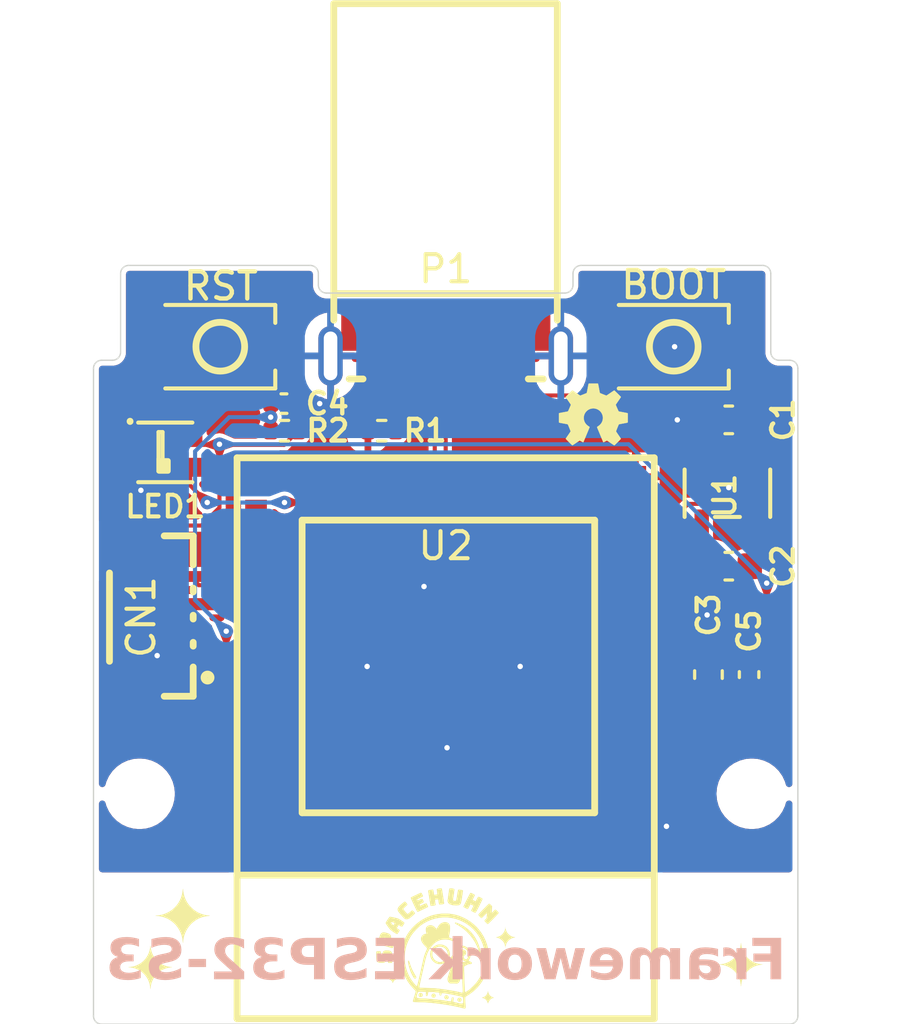
<source format=kicad_pcb>
(kicad_pcb (version 20221018) (generator pcbnew)
  (title_block (title "Expansion Card Template") (rev "X1") (company "Framework") (comment 1 "This work is licensed under a Creative Commons Attribution 4.0 International License") (comment 4 "https://frame.work"))
  (layers (0 "F.Cu" signal) (31 "B.Cu" signal) (34 "B.Paste" user) (35 "F.Paste" user) (36 "B.SilkS" user "B.Silkscreen") (37 "F.SilkS" user "F.Silkscreen") (38 "B.Mask" user) (39 "F.Mask" user) (44 "Edge.Cuts" user))
  (net 0 "")
  (net 1 "GND")
  (net 2 "+3V3")
  (net 3 "+5V")
  (net 4 "/RESET")
  (net 5 "/D2")
  (net 6 "/D3")
  (net 7 "/CMD")
  (net 8 "/CLK")
  (net 9 "/D0")
  (net 10 "/D1")
  (net 11 "/SCL")
  (net 12 "/SDA")
  (net 13 "/NPXL")
  (net 14 "Net-(P1-CC)")
  (net 16 "/BOOT")
  (net 17 "/TXD0")
  (net 18 "/RXD0")
  (net 36 "/D-")
  (net 37 "/D+")
  (footprint "_mykicadlib:SOT-25-5_AP2112K" (layer "F.Cu") (at 155.95 100.2025 180)
    (fp_text reference "U1" (at 0.1 0 90) (layer "F.SilkS") (effects (font (size 0.8 0.8))))
    (fp_text value "AP2112K-3.3TRG1")
    (pad "1" smd rect (at -0.95 1.25 90) (size 1.09 0.53) (layers "F.Cu" "F.Paste" "F.Mask") (net 3 "+5V"))
    (pad "2" smd rect (at 0 1.25 90) (size 1.09 0.53) (layers "F.Cu" "F.Paste" "F.Mask") (net 1 "GND"))
    (pad "3" smd rect (at 0.95 1.25 90) (size 1.09 0.53) (layers "F.Cu" "F.Paste" "F.Mask") (net 3 "+5V"))
    (pad "4" smd rect (at 0.95 -1.05 90) (size 1.09 0.53) (layers "F.Cu" "F.Paste" "F.Mask"))
    (pad "5" smd rect (at -0.95 -1.05 90) (size 1.09 0.53) (layers "F.Cu" "F.Paste" "F.Mask") (net 2 "+3V3"))
  )
  (footprint "Capacitor_SMD:C_0603_1608Metric" (layer "F.Cu") (at 156 97.4 180)
    (fp_text reference "C1" (at -2 0 90) (layer "F.SilkS") (effects (font (size 0.8 0.8) (thickness 0.16) bold)))
    (fp_text value "1uF")
    (pad "1" smd roundrect (at -0.775 0 180) (size 0.9 0.95) (layers "F.Cu" "F.Paste" "F.Mask") (net 3 "+5V"))
    (pad "2" smd roundrect (at 0.775 0 180) (size 0.9 0.95) (layers "F.Cu" "F.Paste" "F.Mask") (net 1 "GND"))
  )
  (footprint "Resistor_SMD:R_0402_1005Metric" (layer "F.Cu") (at 143.19 97.8 180)
    (fp_text reference "R1" (at -1.6 0) (layer "F.SilkS") (effects (font (size 0.8 0.8) (thickness 0.16) bold)))
    (fp_text value "5.1k")
    (pad "1" smd roundrect (at -0.51 0 180) (size 0.54 0.64) (layers "F.Cu" "F.Paste" "F.Mask") (net 14 "Net-(P1-CC)"))
    (pad "2" smd roundrect (at 0.51 0 180) (size 0.54 0.64) (layers "F.Cu" "F.Paste" "F.Mask") (net 1 "GND"))
  )
  (footprint "_mykicadlib:USB-C-SMD_TYPEC-951-ARP24" (layer "F.Cu") (at 145.55 94.37 180)
    (fp_text reference "P1" (at 0 2.54) (layer "F.SilkS"))
    (fp_text value "USB_C_Plug_USB2.0")
    (pad "25" smd rect (at -3.56 0.42 180) (size 0.61 1.8) (layers "F.Cu" "F.Paste" "F.Mask") (net 1 "GND"))
    (pad "25" smd rect (at 3.55 0.42 180) (size 0.61 1.8) (layers "F.Cu" "F.Paste" "F.Mask") (net 1 "GND"))
    (pad "26" thru_hole oval (at -4.25 -0.67 180) (size 0.9 2.2) (drill oval 0.500024 1.799996) (layers "*.Cu" "*.Paste" "*.Mask") (net 1 "GND"))
    (pad "26" thru_hole oval (at 4.25 -0.67 180) (size 0.9 2.2) (drill oval 0.500024 1.799996) (layers "*.Cu" "*.Paste" "*.Mask") (net 1 "GND"))
    (pad "A1" smd rect (at 2.75 -0.77 180) (size 0.36 1.1) (layers "F.Cu" "F.Paste" "F.Mask") (net 1 "GND"))
    (pad "A2" smd rect (at 2.25 -0.77 180) (size 0.36 1.1) (layers "F.Cu" "F.Paste" "F.Mask"))
    (pad "A3" smd rect (at 1.75 -0.77 180) (size 0.36 1.1) (layers "F.Cu" "F.Paste" "F.Mask"))
    (pad "A4" smd rect (at 1.25 -0.77 180) (size 0.36 1.1) (layers "F.Cu" "F.Paste" "F.Mask") (net 3 "+5V"))
    (pad "A5" smd rect (at 0.75 -0.77 180) (size 0.36 1.1) (layers "F.Cu" "F.Paste" "F.Mask") (net 14 "Net-(P1-CC)"))
    (pad "A6" smd rect (at 0.25 -0.77 180) (size 0.36 1.1) (layers "F.Cu" "F.Paste" "F.Mask") (net 37 "/D+"))
    (pad "A7" smd rect (at -0.25 -0.77 180) (size 0.36 1.1) (layers "F.Cu" "F.Paste" "F.Mask") (net 36 "/D-"))
    (pad "A8" smd rect (at -0.75 -0.77 180) (size 0.36 1.1) (layers "F.Cu" "F.Paste" "F.Mask"))
    (pad "A9" smd rect (at -1.25 -0.77 180) (size 0.36 1.1) (layers "F.Cu" "F.Paste" "F.Mask") (net 3 "+5V"))
    (pad "A10" smd rect (at -1.75 -0.77 180) (size 0.36 1.1) (layers "F.Cu" "F.Paste" "F.Mask"))
    (pad "A11" smd rect (at -2.25 -0.77 180) (size 0.36 1.1) (layers "F.Cu" "F.Paste" "F.Mask"))
    (pad "A12" smd rect (at -2.75 -0.77 180) (size 0.36 1.1) (layers "F.Cu" "F.Paste" "F.Mask") (net 1 "GND"))
    (pad "B1" smd rect (at -2.75 0.77 180) (size 0.36 1.1) (layers "F.Cu" "F.Paste" "F.Mask") (net 1 "GND"))
    (pad "B2" smd rect (at -2.25 0.77 180) (size 0.36 1.1) (layers "F.Cu" "F.Paste" "F.Mask"))
    (pad "B3" smd rect (at -1.75 0.77 180) (size 0.36 1.1) (layers "F.Cu" "F.Paste" "F.Mask"))
    (pad "B4" smd rect (at -1.25 0.77 180) (size 0.36 1.1) (layers "F.Cu" "F.Paste" "F.Mask") (net 3 "+5V"))
    (pad "B5" smd rect (at -0.75 0.77 180) (size 0.36 1.1) (layers "F.Cu" "F.Paste" "F.Mask"))
    (pad "B6" smd rect (at -0.25 0.77 180) (size 0.36 1.1) (layers "F.Cu" "F.Paste" "F.Mask"))
    (pad "B7" smd rect (at 0.25 0.77 180) (size 0.36 1.1) (layers "F.Cu" "F.Paste" "F.Mask"))
    (pad "B8" smd rect (at 0.75 0.77 180) (size 0.36 1.1) (layers "F.Cu" "F.Paste" "F.Mask"))
    (pad "B9" smd rect (at 1.25 0.77 180) (size 0.36 1.1) (layers "F.Cu" "F.Paste" "F.Mask") (net 3 "+5V"))
    (pad "B10" smd rect (at 1.75 0.77 180) (size 0.36 1.1) (layers "F.Cu" "F.Paste" "F.Mask"))
    (pad "B11" smd rect (at 2.25 0.77 180) (size 0.36 1.1) (layers "F.Cu" "F.Paste" "F.Mask"))
    (pad "B12" smd rect (at 2.75 0.77 180) (size 0.36 1.1) (layers "F.Cu" "F.Paste" "F.Mask") (net 1 "GND"))
  )
  (footprint "Capacitor_SMD:C_0603_1608Metric" (layer "F.Cu") (at 156 102.8 180)
    (fp_text reference "C2" (at -2 0 90) (layer "F.SilkS") (effects (font (size 0.8 0.8) (thickness 0.16) bold)))
    (fp_text value "1uF")
    (pad "1" smd roundrect (at -0.775 0 180) (size 0.9 0.95) (layers "F.Cu" "F.Paste" "F.Mask") (net 2 "+3V3"))
    (pad "2" smd roundrect (at 0.775 0 180) (size 0.9 0.95) (layers "F.Cu" "F.Paste" "F.Mask") (net 1 "GND"))
  )
  (footprint "MountingHole:MountingHole_2.2mm_M2" (layer "F.Cu") (at 134.25 111.2)
    (fp_text reference "H1" hide)
    (fp_text value "MountingHole")
    (pad "" np_thru_hole circle (at 0 0) (size 2.2 2.2) (drill 2.2) (layers "*.Cu" "*.Mask"))
  )
  (footprint "MountingHole:MountingHole_2.2mm_M2" (layer "F.Cu") (at 156.85 111.2)
    (fp_text reference "H2" hide)
    (fp_text value "MountingHole")
    (pad "" np_thru_hole circle (at 0 0) (size 2.2 2.2) (drill 2.2) (layers "*.Cu" "*.Mask"))
  )
  (footprint "_mykicadlib:SW-SMD_L3.9-W3.0-P4.45" (layer "F.Cu") (at 137.23 94.7 180)
    (fp_text reference "SW1" hide)
    (fp_text value "TS-1088-AR02016")
    (pad "1" smd rect (at -2.18 0 180) (size 1.23 1.36) (layers "F.Cu" "F.Paste" "F.Mask") (net 1 "GND"))
    (pad "2" smd rect (at 2.18 0 180) (size 1.23 1.36) (layers "F.Cu" "F.Paste" "F.Mask") (net 4 "/RESET"))
  )
  (footprint "artwork:star_small" (layer "F.Cu") (at 135.85 115.7)
    (fp_text reference "G2" hide)
    (fp_text value "LOGO" hide)
  )
  (footprint "Capacitor_SMD:C_0402_1005Metric" (layer "F.Cu") (at 156.75 106.8 90)
    (fp_text reference "C5" (at 1.6 0 90) (layer "F.SilkS") (effects (font (size 0.8 0.8) (thickness 0.16) bold)))
    (fp_text value "100nF")
    (pad "1" smd roundrect (at -0.48 0 90) (size 0.56 0.62) (layers "F.Cu" "F.Paste" "F.Mask") (net 2 "+3V3"))
    (pad "2" smd roundrect (at 0.48 0 90) (size 0.56 0.62) (layers "F.Cu" "F.Paste" "F.Mask") (net 1 "GND"))
  )
  (footprint "_mykicadlib:LED-SMD_4P-L2.0-W2.0-TL_WS2812B-2020" (layer "F.Cu") (at 135.2 98.6)
    (fp_text reference "LED1" (at 0 2) (layer "F.SilkS") (effects (font (size 0.8 0.8))))
    (fp_text value "WS2812B-2020")
    (pad "1" smd rect (at -0.92 -0.55) (size 0.9 0.7) (layers "F.Cu" "F.Paste" "F.Mask"))
    (pad "2" smd rect (at -0.92 0.55) (size 0.9 0.7) (layers "F.Cu" "F.Paste" "F.Mask") (net 1 "GND"))
    (pad "3" smd rect (at 0.92 0.55) (size 0.9 0.7) (layers "F.Cu" "F.Paste" "F.Mask") (net 13 "/NPXL"))
    (pad "4" smd rect (at 0.92 -0.55) (size 0.9 0.7) (layers "F.Cu" "F.Paste" "F.Mask") (net 2 "+3V3"))
  )
  (footprint "artwork:oshw_logo_small" (layer "F.Cu") (at 151 97.2)
    (fp_text reference "G5" hide)
    (fp_text value "LOGO" hide)
  )
  (footprint "_mykicadlib:ESP32-S3-MINI-1-N4R2" (layer "F.Cu") (at 145.55 106.5 180)
    (fp_text reference "U2" (at 0 4.45) (layer "F.SilkS"))
    (fp_text value "ESP32-S3-MINI-1-N4R2")
    (pad "1" smd rect (at -7 -5.95 270) (size 0.4 0.8) (layers "F.Cu" "F.Paste" "F.Mask") (net 1 "GND"))
    (pad "2" smd rect (at -7 -5.1 270) (size 0.4 0.8) (layers "F.Cu" "F.Paste" "F.Mask") (net 1 "GND"))
    (pad "3" smd rect (at -7 -4.25 270) (size 0.4 0.8) (layers "F.Cu" "F.Paste" "F.Mask") (net 2 "+3V3"))
    (pad "4" smd rect (at -7 -3.4 270) (size 0.4 0.8) (layers "F.Cu" "F.Paste" "F.Mask") (net 16 "/BOOT"))
    (pad "5" smd rect (at -7 -2.55 270) (size 0.4 0.8) (layers "F.Cu" "F.Paste" "F.Mask"))
    (pad "6" smd rect (at -7 -1.7 270) (size 0.4 0.8) (layers "F.Cu" "F.Paste" "F.Mask"))
    (pad "7" smd rect (at -7 -0.85 270) (size 0.4 0.8) (layers "F.Cu" "F.Paste" "F.Mask") (net 12 "/SDA"))
    (pad "8" smd rect (at -7 0 270) (size 0.4 0.8) (layers "F.Cu" "F.Paste" "F.Mask") (net 11 "/SCL"))
    (pad "9" smd rect (at -7 0.85 270) (size 0.4 0.8) (layers "F.Cu" "F.Paste" "F.Mask"))
    (pad "10" smd rect (at -7 1.7 270) (size 0.4 0.8) (layers "F.Cu" "F.Paste" "F.Mask"))
    (pad "11" smd rect (at -7 2.55 270) (size 0.4 0.8) (layers "F.Cu" "F.Paste" "F.Mask"))
    (pad "12" smd rect (at -7 3.4 270) (size 0.4 0.8) (layers "F.Cu" "F.Paste" "F.Mask"))
    (pad "13" smd rect (at -7 4.25 270) (size 0.4 0.8) (layers "F.Cu" "F.Paste" "F.Mask"))
    (pad "14" smd rect (at -7 5.1 270) (size 0.4 0.8) (layers "F.Cu" "F.Paste" "F.Mask"))
    (pad "15" smd rect (at -7 5.95 270) (size 0.4 0.8) (layers "F.Cu" "F.Paste" "F.Mask"))
    (pad "16" smd rect (at -5.95 7) (size 0.4 0.8) (layers "F.Cu" "F.Paste" "F.Mask"))
    (pad "17" smd rect (at -5.1 7) (size 0.4 0.8) (layers "F.Cu" "F.Paste" "F.Mask"))
    (pad "18" smd rect (at -4.25 7) (size 0.4 0.8) (layers "F.Cu" "F.Paste" "F.Mask"))
    (pad "19" smd rect (at -3.4 7) (size 0.4 0.8) (layers "F.Cu" "F.Paste" "F.Mask"))
    (pad "20" smd rect (at -2.55 7) (size 0.4 0.8) (layers "F.Cu" "F.Paste" "F.Mask"))
    (pad "21" smd rect (at -1.7 7) (size 0.4 0.8) (layers "F.Cu" "F.Paste" "F.Mask"))
    (pad "22" smd rect (at -0.85 7) (size 0.4 0.8) (layers "F.Cu" "F.Paste" "F.Mask"))
    (pad "23" smd rect (at 0 7) (size 0.4 0.8) (layers "F.Cu" "F.Paste" "F.Mask") (net 36 "/D-"))
    (pad "24" smd rect (at 0.85 7) (size 0.4 0.8) (layers "F.Cu" "F.Paste" "F.Mask") (net 37 "/D+"))
    (pad "25" smd rect (at 1.7 7) (size 0.4 0.8) (layers "F.Cu" "F.Paste" "F.Mask"))
    (pad "26" smd rect (at 2.55 7) (size 0.4 0.8) (layers "F.Cu" "F.Paste" "F.Mask") (net 13 "/NPXL"))
    (pad "27" smd rect (at 3.4 7) (size 0.4 0.8) (layers "F.Cu" "F.Paste" "F.Mask"))
    (pad "28" smd rect (at 4.25 7) (size 0.4 0.8) (layers "F.Cu" "F.Paste" "F.Mask") (net 5 "/D2"))
    (pad "29" smd rect (at 5.1 7) (size 0.4 0.8) (layers "F.Cu" "F.Paste" "F.Mask") (net 6 "/D3"))
    (pad "30" smd rect (at 5.95 7) (size 0.4 0.8) (layers "F.Cu" "F.Paste" "F.Mask"))
    (pad "31" smd rect (at 7 5.95 270) (size 0.4 0.8) (layers "F.Cu" "F.Paste" "F.Mask") (net 7 "/CMD"))
    (pad "32" smd rect (at 7 5.1 270) (size 0.4 0.8) (layers "F.Cu" "F.Paste" "F.Mask") (net 8 "/CLK"))
    (pad "33" smd rect (at 7 4.25 270) (size 0.4 0.8) (layers "F.Cu" "F.Paste" "F.Mask") (net 9 "/D0"))
    (pad "34" smd rect (at 7 3.4 270) (size 0.4 0.8) (layers "F.Cu" "F.Paste" "F.Mask") (net 10 "/D1"))
    (pad "35" smd rect (at 7 2.55 270) (size 0.4 0.8) (layers "F.Cu" "F.Paste" "F.Mask"))
    (pad "36" smd rect (at 7 1.7 270) (size 0.4 0.8) (layers "F.Cu" "F.Paste" "F.Mask"))
    (pad "37" smd rect (at 7 0.85 270) (size 0.4 0.8) (layers "F.Cu" "F.Paste" "F.Mask"))
    (pad "38" smd rect (at 7 0 270) (size 0.4 0.8) (layers "F.Cu" "F.Paste" "F.Mask"))
    (pad "39" smd rect (at 7 -0.85 270) (size 0.4 0.8) (layers "F.Cu" "F.Paste" "F.Mask") (net 17 "/TXD0"))
    (pad "40" smd rect (at 7 -1.7 270) (size 0.4 0.8) (layers "F.Cu" "F.Paste" "F.Mask") (net 18 "/RXD0"))
    (pad "41" smd rect (at 7 -2.55 270) (size 0.4 0.8) (layers "F.Cu" "F.Paste" "F.Mask"))
    (pad "42" smd rect (at 7 -3.4 270) (size 0.4 0.8) (layers "F.Cu" "F.Paste" "F.Mask") (net 1 "GND"))
    (pad "43" smd rect (at 7 -4.25 270) (size 0.4 0.8) (layers "F.Cu" "F.Paste" "F.Mask") (net 1 "GND"))
    (pad "44" smd rect (at 7 -5.1 270) (size 0.4 0.8) (layers "F.Cu" "F.Paste" "F.Mask"))
    (pad "45" smd rect (at 7 -5.95 270) (size 0.4 0.8) (layers "F.Cu" "F.Paste" "F.Mask") (net 4 "/RESET"))
    (pad "46" smd rect (at 5.95 -7) (size 0.4 0.8) (layers "F.Cu" "F.Paste" "F.Mask") (net 1 "GND"))
    (pad "47" smd rect (at 5.1 -7) (size 0.4 0.8) (layers "F.Cu" "F.Paste" "F.Mask") (net 1 "GND"))
    (pad "48" smd rect (at 4.25 -7) (size 0.4 0.8) (layers "F.Cu" "F.Paste" "F.Mask") (net 1 "GND"))
    (pad "49" smd rect (at 3.4 -7) (size 0.4 0.8) (layers "F.Cu" "F.Paste" "F.Mask") (net 1 "GND"))
    (pad "50" smd rect (at 2.55 -7) (size 0.4 0.8) (layers "F.Cu" "F.Paste" "F.Mask") (net 1 "GND"))
    (pad "51" smd rect (at 1.7 -7) (size 0.4 0.8) (layers "F.Cu" "F.Paste" "F.Mask") (net 1 "GND"))
    (pad "52" smd rect (at 0.85 -7) (size 0.4 0.8) (layers "F.Cu" "F.Paste" "F.Mask") (net 1 "GND"))
    (pad "53" smd rect (at 0 -7) (size 0.4 0.8) (layers "F.Cu" "F.Paste" "F.Mask") (net 1 "GND"))
    (pad "54" smd rect (at -0.85 -7) (size 0.4 0.8) (layers "F.Cu" "F.Paste" "F.Mask") (net 1 "GND"))
    (pad "55" smd rect (at -1.7 -7) (size 0.4 0.8) (layers "F.Cu" "F.Paste" "F.Mask") (net 1 "GND"))
    (pad "56" smd rect (at -2.55 -7) (size 0.4 0.8) (layers "F.Cu" "F.Paste" "F.Mask") (net 1 "GND"))
    (pad "57" smd rect (at -3.4 -7) (size 0.4 0.8) (layers "F.Cu" "F.Paste" "F.Mask") (net 1 "GND"))
    (pad "58" smd rect (at -4.25 -7) (size 0.4 0.8) (layers "F.Cu" "F.Paste" "F.Mask") (net 1 "GND"))
    (pad "59" smd rect (at -5.1 -7) (size 0.4 0.8) (layers "F.Cu" "F.Paste" "F.Mask") (net 1 "GND"))
    (pad "60" smd rect (at -5.95 -7) (size 0.4 0.8) (layers "F.Cu" "F.Paste" "F.Mask") (net 1 "GND"))
    (pad "61" smd roundrect (at -1.65 -1.65 180) (size 1.2 1.2) (layers "F.Cu" "F.Paste" "F.Mask") (roundrect_rratio 0) (chamfer_ratio 0.4) (chamfer top_left) (net 1 "GND"))
    (pad "61" smd rect (at -1.65 0 180) (size 1.2 1.2) (layers "F.Cu" "F.Paste" "F.Mask") (net 1 "GND"))
    (pad "61" smd rect (at -1.65 1.65 180) (size 1.2 1.2) (layers "F.Cu" "F.Paste" "F.Mask") (net 1 "GND"))
    (pad "61" smd rect (at 0 -1.65 180) (size 1.2 1.2) (layers "F.Cu" "F.Paste" "F.Mask") (net 1 "GND"))
    (pad "61" smd rect (at 0 0 180) (size 1.2 1.2) (layers "F.Cu" "F.Paste" "F.Mask") (net 1 "GND"))
    (pad "61" smd rect (at 0 1.65 180) (size 1.2 1.2) (layers "F.Cu" "F.Paste" "F.Mask") (net 1 "GND"))
    (pad "61" smd rect (at 1.65 -1.65 180) (size 1.2 1.2) (layers "F.Cu" "F.Paste" "F.Mask") (net 1 "GND"))
    (pad "61" smd rect (at 1.65 0 180) (size 1.2 1.2) (layers "F.Cu" "F.Paste" "F.Mask") (net 1 "GND"))
    (pad "61" smd rect (at 1.65 1.65 180) (size 1.2 1.2) (layers "F.Cu" "F.Paste" "F.Mask") (net 1 "GND"))
    (pad "62" smd rect (at -7 -7 270) (size 0.8 0.8) (layers "F.Cu" "F.Paste" "F.Mask") (net 1 "GND"))
    (pad "63" smd rect (at -7 7 270) (size 0.8 0.8) (layers "F.Cu" "F.Paste" "F.Mask") (net 1 "GND"))
    (pad "64" smd rect (at 7 7 270) (size 0.8 0.8) (layers "F.Cu" "F.Paste" "F.Mask") (net 1 "GND"))
    (pad "65" smd rect (at 7 -7 270) (size 0.8 0.8) (layers "F.Cu" "F.Paste" "F.Mask") (net 1 "GND"))
  )
  (footprint "_mykicadlib:SW-SMD_L3.9-W3.0-P4.45" (layer "F.Cu") (at 153.97 94.7 180)
    (fp_text reference "SW2" hide)
    (fp_text value "TS-1088-AR02016")
    (pad "1" smd rect (at -2.18 0 180) (size 1.23 1.36) (layers "F.Cu" "F.Paste" "F.Mask") (net 16 "/BOOT"))
    (pad "2" smd rect (at 2.18 0 180) (size 1.23 1.36) (layers "F.Cu" "F.Paste" "F.Mask") (net 1 "GND"))
  )
  (footprint "artwork:star_tiny" (layer "F.Cu") (at 134.65 117.6)
    (fp_text reference "G3" hide)
    (fp_text value "LOGO" hide)
  )
  (footprint "Resistor_SMD:R_0402_1005Metric" (layer "F.Cu") (at 139.6 97.8)
    (fp_text reference "R2" (at 1.6 0) (layer "F.SilkS") (effects (font (size 0.8 0.8) (thickness 0.16) bold)))
    (fp_text value "10K")
    (pad "1" smd roundrect (at -0.51 0) (size 0.54 0.64) (layers "F.Cu" "F.Paste" "F.Mask") (net 4 "/RESET"))
    (pad "2" smd roundrect (at 0.51 0) (size 0.54 0.64) (layers "F.Cu" "F.Paste" "F.Mask") (net 2 "+3V3"))
  )
  (footprint "Capacitor_SMD:C_0402_1005Metric" (layer "F.Cu") (at 139.58 96.8)
    (fp_text reference "C4" (at 1.6 0) (layer "F.SilkS") (effects (font (size 0.8 0.8) (thickness 0.16) bold)))
    (fp_text value "100nF")
    (pad "1" smd roundrect (at -0.48 0) (size 0.56 0.62) (layers "F.Cu" "F.Paste" "F.Mask") (net 4 "/RESET"))
    (pad "2" smd roundrect (at 0.48 0) (size 0.56 0.62) (layers "F.Cu" "F.Paste" "F.Mask") (net 1 "GND"))
  )
  (footprint "Capacitor_SMD:C_0603_1608Metric" (layer "F.Cu") (at 155.25 106.8 90)
    (fp_text reference "C3" (at 2.2 0 90) (layer "F.SilkS") (effects (font (size 0.8 0.8) (thickness 0.16))))
    (fp_text value "22uF")
    (pad "1" smd roundrect (at -0.775 0 90) (size 0.9 0.95) (layers "F.Cu" "F.Paste" "F.Mask") (net 2 "+3V3"))
    (pad "2" smd roundrect (at 0.775 0 90) (size 0.9 0.95) (layers "F.Cu" "F.Paste" "F.Mask") (net 1 "GND"))
  )
  (footprint "_mykicadlib:FPC-SMD_4P-P1.00_1.0T-4PLTPZ" (layer "F.Cu") (at 135.11 104.68 -90)
    (fp_text reference "CN1" (at 0 0.8 90) (layer "F.SilkS"))
    (fp_text value "1.0T-4PLTPZ")
    (pad "1" smd rect (at 1.5 -1.01 270) (size 0.4 1.6) (layers "F.Cu" "F.Paste" "F.Mask") (net 1 "GND"))
    (pad "2" smd rect (at 0.5 -1.01 270) (size 0.4 1.6) (layers "F.Cu" "F.Paste" "F.Mask") (net 2 "+3V3"))
    (pad "3" smd rect (at -0.5 -1.01 270) (size 0.4 1.6) (layers "F.Cu" "F.Paste" "F.Mask") (net 12 "/SDA"))
    (pad "4" smd rect (at -1.5 -1.01 270) (size 0.4 1.6) (layers "F.Cu" "F.Paste" "F.Mask") (net 11 "/SCL"))
    (pad "5" smd rect (at -2.43 1.01 270) (size 1.15 1.8) (layers "F.Cu" "F.Paste" "F.Mask"))
    (pad "6" smd rect (at 2.42 1.01 270) (size 1.15 1.8) (layers "F.Cu" "F.Paste" "F.Mask"))
  )
  (footprint "artwork:spacehuhn_logo_text_small" (layer "F.Cu") (at 145.564441 116.9)
    (fp_text reference "G***" hide)
    (fp_text value "LOGO" hide)
  )
  (footprint "artwork:star_tiny" (layer "F.Cu") (at 156.45 117.5)
    (fp_text reference "G4" hide)
    (fp_text value "LOGO" hide)
  )
  (footprint "artwork:spacehuhn_logo_text_big-mask" (layer "B.Cu") (at 145.506676 106 180)
    (fp_text reference "G1" hide)
    (fp_text value "LOGO" hide)
  )
  (gr_line (start 158.55 95.5) (end 158.55 119.387868) (stroke (width 0.05)) (layer "Edge.Cuts"))
  (gr_line (start 132.85 119.7) (end 158.25 119.7) (stroke (width 0.05)) (layer "Edge.Cuts"))
  (gr_arc (start 150.25 92.42) (mid 150.162132 92.632132) (end 149.95 92.72) (stroke (width 0.05)) (layer "Edge.Cuts"))
  (gr_arc (start 140.55 91.7) (mid 140.762132 91.787868) (end 140.85 92) (stroke (width 0.05)) (layer "Edge.Cuts"))
  (gr_line (start 150.25 92.42) (end 150.25 92) (stroke (width 0.05)) (layer "Edge.Cuts"))
  (gr_arc (start 150.25 92) (mid 150.337868 91.787868) (end 150.55 91.7) (stroke (width 0.05)) (layer "Edge.Cuts"))
  (gr_line (start 140.55 91.7) (end 133.85 91.7) (stroke (width 0.05)) (layer "Edge.Cuts"))
  (gr_line (start 150.55 91.7) (end 157.25 91.7) (stroke (width 0.05)) (layer "Edge.Cuts"))
  (gr_arc (start 132.85 119.7) (mid 132.637868 119.612132) (end 132.55 119.4) (stroke (width 0.05)) (layer "Edge.Cuts"))
  (gr_line (start 149.85 92.72) (end 149.95 92.72) (stroke (width 0.05)) (layer "Edge.Cuts"))
  (gr_arc (start 133.55 92) (mid 133.637868 91.787868) (end 133.85 91.7) (stroke (width 0.05)) (layer "Edge.Cuts"))
  (gr_line (start 133.55 94.9) (end 133.55 92) (stroke (width 0.05)) (layer "Edge.Cuts"))
  (gr_arc (start 133.55 94.9) (mid 133.462132 95.112132) (end 133.25 95.2) (stroke (width 0.05)) (layer "Edge.Cuts"))
  (gr_arc (start 132.55 95.5) (mid 132.637868 95.287868) (end 132.85 95.2) (stroke (width 0.05)) (layer "Edge.Cuts"))
  (gr_line (start 132.85 95.2) (end 133.25 95.2) (stroke (width 0.05)) (layer "Edge.Cuts"))
  (gr_line (start 157.55 94.9) (end 157.55 92) (stroke (width 0.05)) (layer "Edge.Cuts"))
  (gr_arc (start 158.25 95.2) (mid 158.462132 95.287868) (end 158.55 95.5) (stroke (width 0.05)) (layer "Edge.Cuts"))
  (gr_arc (start 157.85 95.2) (mid 157.637868 95.112132) (end 157.55 94.9) (stroke (width 0.05)) (layer "Edge.Cuts"))
  (gr_line (start 157.85 95.2) (end 158.25 95.2) (stroke (width 0.05)) (layer "Edge.Cuts"))
  (gr_line (start 140.85 92.42) (end 140.85 92) (stroke (width 0.05)) (layer "Edge.Cuts"))
  (gr_line (start 141.25 92.72) (end 149.85 92.72) (stroke (width 0.05)) (layer "Edge.Cuts"))
  (gr_arc (start 158.549755 119.387878) (mid 158.466375 119.607802) (end 158.25 119.7) (stroke (width 0.05)) (layer "Edge.Cuts"))
  (gr_arc (start 157.25 91.7) (mid 157.462132 91.787868) (end 157.55 92) (stroke (width 0.05)) (layer "Edge.Cuts"))
  (gr_arc (start 141.15 92.72) (mid 140.937868 92.632132) (end 140.85 92.42) (stroke (width 0.05)) (layer "Edge.Cuts"))
  (gr_line (start 132.55 95.5) (end 132.55 119.4) (stroke (width 0.05)) (layer "Edge.Cuts"))
  (gr_line (start 141.15 92.72) (end 141.25 92.72) (stroke (width 0.05)) (layer "Edge.Cuts"))
  (gr_text "Framework ESP32-S3" (at 145.55 118.3) (layer "B.SilkS") (effects (font (size 1.5 1.5) (thickness 0.3) bold) (justify bottom mirror)))
  (gr_text "RST" (at 137.25 93.05) (layer "F.SilkS") (effects (font (size 1 1) (thickness 0.16)) (justify bottom)))
  (gr_text "BOOT" (at 153.97 93) (layer "F.SilkS") (effects (font (size 1 1) (thickness 0.16)) (justify bottom)))
  (segment (start 141.9 97.8) (end 142.68 97.8) (width 0.15) (layer "F.Cu") (net 1))
  (segment (start 141.3 95.04) (end 139.75 95.04) (width 0.15) (layer "F.Cu") (net 1))
  (segment (start 139.75 95.04) (end 139.41 94.7) (width 0.15) (layer "F.Cu") (net 1))
  (segment (start 141.1 98.6) (end 141.9 97.8) (width 0.15) (layer "F.Cu") (net 1))
  (segment (start 136.12 106.18) (end 134.98 106.18) (width 0.15) (layer "F.Cu") (net 1))
  (segment (start 134.28 99.98) (end 134.3 100) (width 0.15) (layer "F.Cu") (net 1))
  (segment (start 134.98 106.18) (end 134.9 106.1) (width 0.15) (layer "F.Cu") (net 1))
  (segment (start 156 98.977) (end 155.975 98.952) (width 0.15) (layer "F.Cu") (net 1))
  (segment (start 156 99.9) (end 156 98.977) (width 0.15) (layer "F.Cu") (net 1))
  (segment (start 139.45 98.6) (end 141.1 98.6) (width 0.15) (layer "F.Cu") (net 1))
  (segment (start 134.28 99.15) (end 134.28 99.98) (width 0.15) (layer "F.Cu") (net 1))
  (segment (start 149.8 95.04) (end 151.45 95.04) (width 0.15) (layer "F.Cu") (net 1))
  (segment (start 138.55 99.5) (end 139.45 98.6) (width 0.15) (layer "F.Cu") (net 1))
  (segment (start 151.45 95.04) (end 151.79 94.7) (width 0.15) (layer "F.Cu") (net 1))
  (via (at 144.75 103.55) (size 0.5) (drill 0.2) (layers "F.Cu" "B.Cu") (net 1))
  (via (at 155.2 104.6) (size 0.5) (drill 0.2) (layers "F.Cu" "B.Cu") (net 1))
  (via (at 154 94.7) (size 0.5) (drill 0.2) (layers "F.Cu" "B.Cu") (net 1))
  (via (at 140.9 96.8) (size 0.5) (drill 0.2) (layers "F.Cu" "B.Cu") (net 1))
  (via (at 134.3 100) (size 0.5) (drill 0.2) (layers "F.Cu" "B.Cu") (net 1))
  (via (at 148.3 106.5) (size 0.5) (drill 0.2) (layers "F.Cu" "B.Cu") (net 1))
  (via (at 153.7 112.4) (size 0.5) (drill 0.2) (layers "F.Cu" "B.Cu") (net 1))
  (via (at 142.65 106.5) (size 0.5) (drill 0.2) (layers "F.Cu" "B.Cu") (net 1))
  (via (at 154.1 97.4) (size 0.5) (drill 0.2) (layers "F.Cu" "B.Cu") (net 1))
  (via (at 134.9 106.1) (size 0.5) (drill 0.2) (layers "F.Cu" "B.Cu") (net 1))
  (via (at 145.6 109.5) (size 0.5) (drill 0.2) (layers "F.Cu" "B.Cu") (net 1))
  (via (at 156 99.9) (size 0.5) (drill 0.2) (layers "F.Cu" "B.Cu") (net 1))
  (segment (start 155.25 107.575) (end 155.545 107.28) (width 0.15) (layer "F.Cu") (net 2))
  (segment (start 157.4 103.425) (end 156.775 102.8) (width 0.15) (layer "F.Cu") (net 2))
  (segment (start 156.925 101.252) (end 156.925 102.65) (width 0.15) (layer "F.Cu") (net 2))
  (segment (start 156.925 102.65) (end 156.775 102.8) (width 0.15) (layer "F.Cu") (net 2))
  (segment (start 137.178 98.322) (end 137.2 98.3) (width 0.15) (layer "F.Cu") (net 2))
  (segment (start 153.1521 110.75) (end 155.25 108.6521) (width 0.15) (layer "F.Cu") (net 2))
  (segment (start 132.9 102.9) (end 135.18 105.18) (width 0.15) (layer "F.Cu") (net 2))
  (segment (start 136.537725 101.3) (end 133.171 101.3) (width 0.15) (layer "F.Cu") (net 2))
  (segment (start 137.2 98.3) (end 137.222 98.322) (width 0.15) (layer "F.Cu") (net 2))
  (segment (start 137.2 98.3) (end 137.2 100.637725) (width 0.15) (layer "F.Cu") (net 2))
  (segment (start 137.2 100.637725) (end 136.537725 101.3) (width 0.15) (layer "F.Cu") (net 2))
  (segment (start 157.4 103.425) (end 157.4 106.63) (width 0.15) (layer "F.Cu") (net 2))
  (segment (start 136.392 98.322) (end 137.178 98.322) (width 0.15) (layer "F.Cu") (net 2))
  (segment (start 137.222 98.322) (end 139.588 98.322) (width 0.15) (layer "F.Cu") (net 2))
  (segment (start 155.25 108.6521) (end 155.25 107.575) (width 0.15) (layer "F.Cu") (net 2))
  (segment (start 132.9 101.571) (end 132.9 102.9) (width 0.15) (layer "F.Cu") (net 2))
  (segment (start 155.545 107.28) (end 156.75 107.28) (width 0.15) (layer "F.Cu") (net 2))
  (segment (start 133.171 101.3) (end 132.9 101.571) (width 0.15) (layer "F.Cu") (net 2))
  (segment (start 139.588 98.322) (end 140.11 97.8) (width 0.15) (layer "F.Cu") (net 2))
  (segment (start 157.4 106.63) (end 156.75 107.28) (width 0.15) (layer "F.Cu") (net 2))
  (segment (start 135.18 105.18) (end 136.12 105.18) (width 0.15) (layer "F.Cu") (net 2))
  (segment (start 152.55 110.75) (end 153.1521 110.75) (width 0.15) (layer "F.Cu") (net 2))
  (segment (start 136.12 98.05) (end 136.392 98.322) (width 0.15) (layer "F.Cu") (net 2))
  (via (at 137.2 98.3) (size 0.5) (drill 0.2) (layers "F.Cu" "B.Cu") (net 2))
  (via (at 157.4 103.425) (size 0.5) (drill 0.2) (layers "F.Cu" "B.Cu") (net 2))
  (segment (start 157.4 103.425) (end 157.4 103.4) (width 0.15) (layer "B.Cu") (net 2))
  (segment (start 157.4 103.4) (end 152.3 98.3) (width 0.15) (layer "B.Cu") (net 2))
  (segment (start 152.3 98.3) (end 137.2 98.3) (width 0.15) (layer "B.Cu") (net 2))
  (segment (start 156.925 98.755) (end 156.925 98.952) (width 0.15) (layer "F.Cu") (net 3))
  (segment (start 156.375 98.205) (end 156.925 98.755) (width 0.15) (layer "F.Cu") (net 3))
  (segment (start 156.775 97.4) (end 156.925 97.55) (width 0.15) (layer "F.Cu") (net 3))
  (segment (start 146.8 93.6) (end 146.8 95.14) (width 0.15) (layer "F.Cu") (net 3))
  (segment (start 155.508 98.205) (end 156.375 98.205) (width 0.15) (layer "F.Cu") (net 3))
  (segment (start 155.025 98.688) (end 155.508 98.205) (width 0.15) (layer "F.Cu") (net 3))
  (segment (start 144.352 94.388) (end 146.748 94.388) (width 0.15) (layer "F.Cu") (net 3))
  (segment (start 156.775 97.4) (end 155.875 96.5) (width 0.15) (layer "F.Cu") (net 3))
  (segment (start 156.925 97.55) (end 156.925 98.952) (width 0.15) (layer "F.Cu") (net 3))
  (segment (start 144.3 95.14) (end 144.3 94.44) (width 0.15) (layer "F.Cu") (net 3))
  (segment (start 146.8 95.7) (end 146.8 95.14) (width 0.15) (layer "F.Cu") (net 3))
  (segment (start 146.748 94.388) (end 146.8 94.44) (width 0.15) (layer "F.Cu") (net 3))
  (segment (start 144.3 93.6) (end 144.3 94.3522) (width 0.15) (layer "F.Cu") (net 3))
  (segment (start 144.3 94.3522) (end 144.3 95.14) (width 0.15) (layer "F.Cu") (net 3))
  (segment (start 146.8 94.44) (end 146.8 95.14) (width 0.15) (layer "F.Cu") (net 3))
  (segment (start 155.875 96.5) (end 147.6 96.5) (width 0.15) (layer "F.Cu") (net 3))
  (segment (start 144.3 94.44) (end 144.352 94.388) (width 0.15) (layer "F.Cu") (net 3))
  (segment (start 155.025 98.952) (end 155.025 98.688) (width 0.15) (layer "F.Cu") (net 3))
  (segment (start 147.6 96.5) (end 146.8 95.7) (width 0.15) (layer "F.Cu") (net 3))
  (segment (start 137 94.7) (end 135.05 94.7) (width 0.15) (layer "F.Cu") (net 4))
  (segment (start 139.1 96.8) (end 137 94.7) (width 0.15) (layer "F.Cu") (net 4))
  (segment (start 138.35 112.45) (end 138.55 112.45) (width 0.15) (layer "F.Cu") (net 4))
  (segment (start 137.45 111.55) (end 138.35 112.45) (width 0.15) (layer "F.Cu") (net 4))
  (segment (start 139.09 96.81) (end 139.09 97.3) (width 0.15) (layer "F.Cu") (net 4))
  (segment (start 137.45 105.2) (end 137.45 111.55) (width 0.15) (layer "F.Cu") (net 4))
  (segment (start 139.09 97.3) (end 139.09 97.8) (width 0.15) (layer "F.Cu") (net 4))
  (segment (start 139.1 96.8) (end 139.09 96.81) (width 0.15) (layer "F.Cu") (net 4))
  (via (at 137.45 105.2) (size 0.5) (drill 0.2) (layers "F.Cu" "B.Cu") (net 4))
  (via (at 139.09 97.3) (size 0.5) (drill 0.2) (layers "F.Cu" "B.Cu") (net 4))
  (segment (start 136.2965 100.262775) (end 136.3 100.259275) (width 0.15) (layer "B.Cu") (net 4))
  (segment (start 136.3 100.259275) (end 136.3 98.560775) (width 0.15) (layer "B.Cu") (net 4))
  (segment (start 137.560775 97.3) (end 139.09 97.3) (width 0.15) (layer "B.Cu") (net 4))
  (segment (start 136.2965 104.0465) (end 136.2965 100.262775) (width 0.15) (layer "B.Cu") (net 4))
  (segment (start 136.3 98.560775) (end 137.560775 97.3) (width 0.15) (layer "B.Cu") (net 4))
  (segment (start 137.45 105.2) (end 136.2965 104.0465) (width 0.15) (layer "B.Cu") (net 4))
  (segment (start 136.442 103.502) (end 136.12 103.18) (width 0.15) (layer "F.Cu") (net 11))
  (segment (start 148.55 102.7) (end 152.35 106.5) (width 0.15) (layer "F.Cu") (net 11))
  (segment (start 152.35 106.5) (end 152.55 106.5) (width 0.15) (layer "F.Cu") (net 11))
  (segment (start 139.152 103.502) (end 139.954 102.7) (width 0.15) (layer "F.Cu") (net 11))
  (segment (start 139.954 102.7) (end 148.55 102.7) (width 0.15) (layer "F.Cu") (net 11))
  (segment (start 139.152 103.502) (end 136.442 103.502) (width 0.15) (layer "F.Cu") (net 11))
  (segment (start 136.292 104.352) (end 136.12 104.18) (width 0.15) (layer "F.Cu") (net 12))
  (segment (start 139.152 104.352) (end 140.354 103.15) (width 0.15) (layer "F.Cu") (net 12))
  (segment (start 148.196 103.15) (end 152.396 107.35) (width 0.15) (layer "F.Cu") (net 12))
  (segment (start 152.396 107.35) (end 152.55 107.35) (width 0.15) (layer "F.Cu") (net 12))
  (segment (start 139.152 104.352) (end 136.292 104.352) (width 0.15) (layer "F.Cu") (net 12))
  (segment (start 140.354 103.15) (end 148.196 103.15) (width 0.15) (layer "F.Cu") (net 12))
  (segment (start 136.12 99.8215) (end 136.12 99.15) (width 0.15) (layer "F.Cu") (net 13))
  (segment (start 139.6 100.45) (end 142.6521 100.45) (width 0.15) (layer "F.Cu") (net 13))
  (segment (start 142.6521 100.45) (end 143 100.1021) (width 0.15) (layer "F.Cu") (net 13))
  (segment (start 136.7485 100.45) (end 136.12 99.8215) (width 0.15) (layer "F.Cu") (net 13))
  (segment (start 143 100.1021) (end 143 99.5) (width 0.15) (layer "F.Cu") (net 13))
  (via (at 139.6 100.45) (size 0.5) (drill 0.2) (layers "F.Cu" "B.Cu") (net 13))
  (via (at 136.7485 100.45) (size 0.5) (drill 0.2) (layers "F.Cu" "B.Cu") (net 13))
  (segment (start 136.7485 100.45) (end 139.6 100.45) (width 0.15) (layer "B.Cu") (net 13))
  (segment (start 144.8 96.7) (end 143.7 97.8) (width 0.15) (layer "F.Cu") (net 14))
  (segment (start 144.8 95.14) (end 144.8 96.7) (width 0.15) (layer "F.Cu") (net 14))
  (segment (start 154 108.8) (end 154 101) (width 0.15) (layer "F.Cu") (net 16))
  (segment (start 157.5 99.591) (end 157.5 96.05) (width 0.15) (layer "F.Cu") (net 16))
  (segment (start 157.5 96.05) (end 156.15 94.7) (width 0.15) (layer "F.Cu") (net 16))
  (segment (start 152.9 109.9) (end 154 108.8) (width 0.15) (layer "F.Cu") (net 16))
  (segment (start 154.5 100.5) (end 156.591 100.5) (width 0.15) (layer "F.Cu") (net 16))
  (segment (start 156.591 100.5) (end 157.5 99.591) (width 0.15) (layer "F.Cu") (net 16))
  (segment (start 154 101) (end 154.5 100.5) (width 0.15) (layer "F.Cu") (net 16))
  (segment (start 152.55 109.9) (end 152.9 109.9) (width 0.15) (layer "F.Cu") (net 16))
  (segment (start 145.55 99.5) (end 145.55 96.215) (width 0.1524) (layer "F.Cu") (net 36))
  (segment (start 145.8 95.965) (end 145.8 95.14) (width 0.1524) (layer "F.Cu") (net 36))
  (segment (start 145.55 96.215) (end 145.8 95.965) (width 0.1524) (layer "F.Cu") (net 36))
  (segment (start 145.147 99.0532) (end 145.147 96.1182) (width 0.1524) (layer "F.Cu") (net 37))
  (segment (start 144.7 99.5) (end 145.147 99.0532) (width 0.1524) (layer "F.Cu") (net 37))
  (segment (start 145.3 95.965) (end 145.3 95.14) (width 0.1524) (layer "F.Cu") (net 37))
  (segment (start 145.147 96.1182) (end 145.3 95.965) (width 0.1524) (layer "F.Cu") (net 37))
  (zone (net 0) (net_name "") (layers "F&B.Cu") (connect_pads (clearance 0)) (min_thickness 0.25)
    (keepout (tracks allowed) (vias allowed) (pads allowed) (copperpour not_allowed) (footprints allowed))
    (fill (thermal_gap 0.5) (thermal_bridge_width 0.5))
    (polygon (pts (xy 132.3 114.1) (xy 132.3 119.7) (xy 158.55 119.7) (xy 158.55 114.1)))
  )
  (zone (net 1) (net_name "GND") (layers "F&B.Cu") (connect_pads (clearance 0.1524)) (min_thickness 0.25) (fill yes (thermal_gap 0.5) (thermal_bridge_width 0.25) (island_removal_mode 1) (island_area_min 10))
    (polygon (pts (xy 158.55 91.7) (xy 132.55 91.7) (xy 132.55 119.7) (xy 158.55 119.7)))
  )
)
</source>
